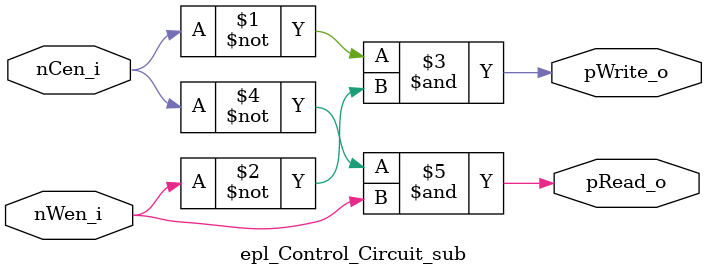
<source format=v>
`include "EPLFFRAM02_spec.vh"

module epl_Control_Circuit_sub (
           input  wire nWen_i,
           input  wire nCen_i,
           output wire pWrite_o,
           output wire pRead_o
       );

assign pWrite_o = (~nCen_i) & (~nWen_i);
assign pRead_o  = (~nCen_i) & ( nWen_i);

endmodule

</source>
